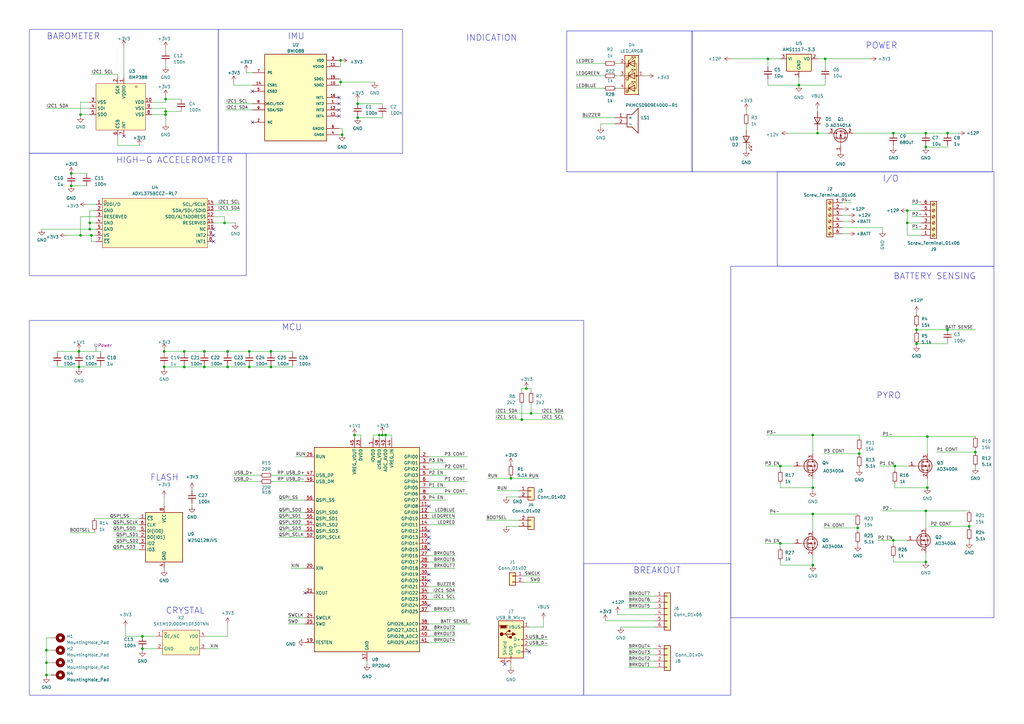
<source format=kicad_sch>
(kicad_sch (version 20230121) (generator eeschema)
  (paper "A3")
  (title_block (title "LYRA Flight Computer V3") (date "2023-11-23") (rev "0") (company "Polaris Rocketry Systems"))
  (junction (at 75.565 150.495))
  (junction (at 379.73 54.61))
  (junction (at 213.995 172.085))
  (junction (at 335.28 54.61))
  (junction (at 367.03 191.135))
  (junction (at 83.82 144.145))
  (junction (at 19.05 271.78))
  (junction (at 139.7 24.765))
  (junction (at 380.365 200.025))
  (junction (at 327.66 34.925))
  (junction (at 93.345 150.495))
  (junction (at 320.04 222.885))
  (junction (at 351.79 216.535))
  (junction (at 67.945 40.64))
  (junction (at 29.21 71.12))
  (junction (at 155.575 178.435))
  (junction (at 372.11 86.36))
  (junction (at 146.685 48.26))
  (junction (at 19.05 276.86))
  (junction (at 33.02 46.99))
  (junction (at 215.9 159.385))
  (junction (at 320.04 191.135))
  (junction (at 372.11 91.44))
  (junction (at 366.395 54.61))
  (junction (at 58.42 260.985))
  (junction (at 400.05 185.42))
  (junction (at 333.375 178.435))
  (junction (at 102.235 144.145))
  (junction (at 67.31 150.495))
  (junction (at 366.395 221.615))
  (junction (at 375.92 140.97))
  (junction (at 352.425 186.055))
  (junction (at 102.235 150.495))
  (junction (at 19.05 266.7))
  (junction (at 140.335 55.245))
  (junction (at 83.82 150.495))
  (junction (at 379.73 230.505))
  (junction (at 32.385 150.495))
  (junction (at 217.805 169.545))
  (junction (at 333.375 210.82))
  (junction (at 388.62 54.61))
  (junction (at 33.02 96.52))
  (junction (at 139.7 33.655))
  (junction (at 380.365 179.07))
  (junction (at 375.92 135.255))
  (junction (at 58.42 266.065))
  (junction (at 111.125 150.495))
  (junction (at 145.415 178.435))
  (junction (at 397.51 215.9))
  (junction (at 388.62 135.255))
  (junction (at 338.455 24.13))
  (junction (at 36.83 91.44))
  (junction (at 36.83 93.98))
  (junction (at 333.375 200.025))
  (junction (at 146.685 42.545))
  (junction (at 67.31 144.145))
  (junction (at 333.375 231.775))
  (junction (at 37.465 96.52))
  (junction (at 75.565 144.145))
  (junction (at 67.945 45.72))
  (junction (at 32.385 144.145))
  (junction (at 156.845 178.435))
  (junction (at 67.945 46.99))
  (junction (at 379.73 60.325))
  (junction (at 209.55 196.215))
  (junction (at 314.96 24.13))
  (junction (at 379.73 209.55))
  (junction (at 111.125 144.145))
  (junction (at 93.345 144.145))
  (junction (at 92.075 91.44))
  (junction (at 158.115 178.435))
  (junction (at 29.21 76.2))
  (no_connect (at 139.065 42.545))
  (no_connect (at 175.895 248.285))
  (no_connect (at 175.895 238.125))
  (no_connect (at 103.505 50.165))
  (no_connect (at 175.895 222.885))
  (no_connect (at 207.01 272.415))
  (no_connect (at 217.17 267.335))
  (no_connect (at 103.505 37.465))
  (no_connect (at 139.065 40.005))
  (no_connect (at 175.895 217.805))
  (no_connect (at 125.095 243.205))
  (no_connect (at 175.895 235.585))
  (no_connect (at 87.63 99.06))
  (no_connect (at 87.63 93.98))
  (no_connect (at 175.895 225.425))
  (no_connect (at 139.065 45.085))
  (no_connect (at 50.8 55.88))
  (no_connect (at 175.895 220.345))
  (no_connect (at 139.065 47.625))
  (no_connect (at 87.63 96.52))
  (no_connect (at 175.895 207.645))
  (wire (pts (xy 35.56 83.82) (xy 39.37 83.82)))
  (wire (pts (xy 67.945 46.99) (xy 62.23 46.99)))
  (wire (pts (xy 121.285 187.325) (xy 125.095 187.325)))
  (wire (pts (xy 320.04 200.025) (xy 333.375 200.025)))
  (wire (pts (xy 212.725 215.9) (xy 207.645 215.9)))
  (wire (pts (xy 352.425 191.77) (xy 352.425 192.405)))
  (wire (pts (xy 209.55 196.215) (xy 220.98 196.215)))
  (wire (pts (xy 366.395 230.505) (xy 366.395 228.6)))
  (wire (pts (xy 57.15 215.265) (xy 46.355 215.265)))
  (wire (pts (xy 372.11 91.44) (xy 372.11 96.52)))
  (wire (pts (xy 27.305 96.52) (xy 33.02 96.52)))
  (wire (pts (xy 175.895 250.825) (xy 186.69 250.825)))
  (wire (pts (xy 57.15 217.805) (xy 46.355 217.805)))
  (wire (pts (xy 268.605 268.605) (xy 257.81 268.605)))
  (wire (pts (xy 182.88 189.865) (xy 175.895 189.865)))
  (wire (pts (xy 38.735 218.44) (xy 38.735 217.805)))
  (wire (pts (xy 191.77 192.405) (xy 175.895 192.405)))
  (wire (pts (xy 50.8 19.05) (xy 50.8 31.75)))
  (wire (pts (xy 397.51 221.615) (xy 397.51 222.25)))
  (wire (pts (xy 209.55 272.415) (xy 209.55 273.685)))
  (wire (pts (xy 246.38 50.8) (xy 252.095 50.8)))
  (wire (pts (xy 140.335 52.705) (xy 140.335 55.245)))
  (wire (pts (xy 153.035 179.705) (xy 153.035 178.435)))
  (wire (pts (xy 360.045 221.615) (xy 366.395 221.615)))
  (wire (pts (xy 118.11 253.365) (xy 125.095 253.365)))
  (wire (pts (xy 48.26 30.48) (xy 48.26 31.75)))
  (wire (pts (xy 93.345 144.145) (xy 102.235 144.145)))
  (wire (pts (xy 19.05 271.78) (xy 19.05 266.7)))
  (wire (pts (xy 147.955 178.435) (xy 147.955 179.705)))
  (wire (pts (xy 388.62 140.335) (xy 388.62 140.97)))
  (wire (pts (xy 57.15 225.425) (xy 46.355 225.425)))
  (wire (pts (xy 175.895 233.045) (xy 186.69 233.045)))
  (wire (pts (xy 338.455 24.13) (xy 338.455 27.305)))
  (wire (pts (xy 345.44 90.805) (xy 347.98 90.805)))
  (wire (pts (xy 213.995 159.385) (xy 215.9 159.385)))
  (wire (pts (xy 175.895 245.745) (xy 186.69 245.745)))
  (wire (pts (xy 39.37 88.9) (xy 33.02 88.9)))
  (wire (pts (xy 139.065 34.925) (xy 139.7 34.925)))
  (wire (pts (xy 48.26 59.69) (xy 48.26 55.88)))
  (wire (pts (xy 146.685 47.625) (xy 146.685 48.26)))
  (wire (pts (xy 361.95 93.345) (xy 345.44 93.345)))
  (wire (pts (xy 125.095 233.045) (xy 119.38 233.045)))
  (wire (pts (xy 352.425 184.785) (xy 352.425 186.055)))
  (wire (pts (xy 111.125 144.145) (xy 120.015 144.145)))
  (wire (pts (xy 67.945 45.72) (xy 67.945 46.99)))
  (wire (pts (xy 114.3 217.805) (xy 125.095 217.805)))
  (wire (pts (xy 175.895 255.905) (xy 193.04 255.905)))
  (wire (pts (xy 372.11 86.36) (xy 377.825 86.36)))
  (wire (pts (xy 75.565 144.145) (xy 83.82 144.145)))
  (wire (pts (xy 111.76 197.485) (xy 125.095 197.485)))
  (wire (pts (xy 114.3 212.725) (xy 125.095 212.725)))
  (wire (pts (xy 352.425 186.055) (xy 352.425 186.69)))
  (wire (pts (xy 351.79 215.9) (xy 351.79 216.535)))
  (wire (pts (xy 103.505 45.085) (xy 92.71 45.085)))
  (wire (pts (xy 87.63 88.9) (xy 92.075 88.9)))
  (wire (pts (xy 19.05 266.7) (xy 20.955 266.7)))
  (wire (pts (xy 264.16 31.115) (xy 265.43 31.115)))
  (wire (pts (xy 238.76 48.26) (xy 252.095 48.26)))
  (wire (pts (xy 33.02 88.9) (xy 33.02 96.52)))
  (wire (pts (xy 345.44 88.265) (xy 347.98 88.265)))
  (wire (pts (xy 314.96 24.13) (xy 320.04 24.13)))
  (wire (pts (xy 19.05 277.495) (xy 19.05 276.86)))
  (wire (pts (xy 33.02 41.91) (xy 33.02 46.99)))
  (wire (pts (xy 111.125 150.495) (xy 111.125 149.86)))
  (wire (pts (xy 37.465 96.52) (xy 39.37 96.52)))
  (wire (pts (xy 93.345 260.985) (xy 84.455 260.985)))
  (wire (pts (xy 175.895 210.185) (xy 186.69 210.185)))
  (wire (pts (xy 217.17 262.255) (xy 224.79 262.255)))
  (wire (pts (xy 379.73 226.695) (xy 379.73 230.505)))
  (wire (pts (xy 32.385 144.145) (xy 41.275 144.145)))
  (wire (pts (xy 19.05 276.86) (xy 19.05 271.78)))
  (wire (pts (xy 254.635 257.175) (xy 268.605 257.175)))
  (wire (pts (xy 145.415 178.435) (xy 145.415 179.705)))
  (wire (pts (xy 345.44 95.885) (xy 347.98 95.885)))
  (wire (pts (xy 366.395 60.325) (xy 366.395 59.69)))
  (wire (pts (xy 320.04 224.79) (xy 320.04 222.885)))
  (wire (pts (xy 67.31 144.145) (xy 67.31 144.78)))
  (wire (pts (xy 36.83 93.98) (xy 39.37 93.98)))
  (wire (pts (xy 32.385 143.51) (xy 32.385 144.145)))
  (wire (pts (xy 33.02 46.99) (xy 36.83 46.99)))
  (wire (pts (xy 92.075 91.44) (xy 96.52 91.44)))
  (wire (pts (xy 333.375 178.435) (xy 333.375 186.055)))
  (wire (pts (xy 83.82 150.495) (xy 93.345 150.495)))
  (wire (pts (xy 67.945 50.8) (xy 67.945 46.99)))
  (wire (pts (xy 120.015 150.495) (xy 120.015 149.86)))
  (wire (pts (xy 92.075 91.44) (xy 92.075 88.9)))
  (wire (pts (xy 335.28 53.34) (xy 335.28 54.61)))
  (wire (pts (xy 366.395 221.615) (xy 372.11 221.615)))
  (wire (pts (xy 19.05 266.7) (xy 19.05 261.62)))
  (wire (pts (xy 333.375 227.965) (xy 333.375 231.775)))
  (wire (pts (xy 67.945 27.305) (xy 67.945 26.035)))
  (wire (pts (xy 67.945 44.45) (xy 67.945 45.72)))
  (wire (pts (xy 222.885 254) (xy 222.885 257.175)))
  (wire (pts (xy 299.72 24.13) (xy 314.96 24.13)))
  (wire (pts (xy 380.365 200.025) (xy 367.03 200.025)))
  (wire (pts (xy 327.66 31.75) (xy 327.66 34.925)))
  (wire (pts (xy 158.115 178.435) (xy 160.655 178.435)))
  (wire (pts (xy 215.265 236.22) (xy 221.615 236.22)))
  (wire (pts (xy 114.3 210.185) (xy 125.095 210.185)))
  (wire (pts (xy 217.17 264.795) (xy 224.79 264.795)))
  (wire (pts (xy 75.565 150.495) (xy 83.82 150.495)))
  (wire (pts (xy 36.83 44.45) (xy 19.05 44.45)))
  (wire (pts (xy 372.11 86.36) (xy 372.11 91.44)))
  (wire (pts (xy 361.95 209.55) (xy 379.73 209.55)))
  (wire (pts (xy 268.605 273.685) (xy 257.81 273.685)))
  (wire (pts (xy 153.035 178.435) (xy 155.575 178.435)))
  (wire (pts (xy 335.28 54.61) (xy 339.725 54.61)))
  (wire (pts (xy 209.55 195.58) (xy 209.55 196.215)))
  (wire (pts (xy 236.22 36.195) (xy 247.65 36.195)))
  (wire (pts (xy 36.83 86.36) (xy 36.83 91.44)))
  (wire (pts (xy 388.62 60.325) (xy 379.73 60.325)))
  (wire (pts (xy 67.31 143.51) (xy 67.31 144.145)))
  (wire (pts (xy 252.73 36.195) (xy 254 36.195)))
  (wire (pts (xy 67.31 150.495) (xy 75.565 150.495)))
  (wire (pts (xy 306.07 60.96) (xy 306.07 61.595)))
  (wire (pts (xy 67.31 150.495) (xy 67.31 151.13)))
  (wire (pts (xy 215.265 238.76) (xy 221.615 238.76)))
  (wire (pts (xy 75.565 144.145) (xy 75.565 144.78)))
  (wire (pts (xy 41.275 150.495) (xy 41.275 149.86)))
  (wire (pts (xy 191.77 197.485) (xy 175.895 197.485)))
  (wire (pts (xy 375.92 140.97) (xy 388.62 140.97)))
  (wire (pts (xy 93.345 150.495) (xy 102.235 150.495)))
  (wire (pts (xy 366.395 54.61) (xy 379.73 54.61)))
  (wire (pts (xy 41.275 144.145) (xy 41.275 144.78)))
  (wire (pts (xy 388.62 135.255) (xy 400.05 135.255)))
  (wire (pts (xy 102.235 150.495) (xy 102.235 149.86)))
  (wire (pts (xy 146.685 42.545) (xy 156.845 42.545)))
  (wire (pts (xy 217.17 257.175) (xy 222.885 257.175)))
  (wire (pts (xy 337.82 186.055) (xy 352.425 186.055)))
  (wire (pts (xy 48.26 59.69) (xy 57.15 59.69)))
  (wire (pts (xy 361.95 179.07) (xy 380.365 179.07)))
  (wire (pts (xy 213.995 165.735) (xy 213.995 172.085)))
  (wire (pts (xy 153.67 33.655) (xy 139.7 33.655)))
  (wire (pts (xy 35.56 71.12) (xy 29.21 71.12)))
  (wire (pts (xy 19.05 271.78) (xy 20.955 271.78)))
  (wire (pts (xy 33.02 96.52) (xy 37.465 96.52)))
  (wire (pts (xy 375.92 135.255) (xy 375.92 135.89)))
  (wire (pts (xy 156.845 47.625) (xy 156.845 48.26)))
  (wire (pts (xy 375.92 135.255) (xy 388.62 135.255)))
  (wire (pts (xy 268.605 244.475) (xy 257.81 244.475)))
  (wire (pts (xy 51.435 260.985) (xy 58.42 260.985)))
  (wire (pts (xy 155.575 178.435) (xy 155.575 179.705)))
  (wire (pts (xy 111.125 144.145) (xy 111.125 144.78)))
  (wire (pts (xy 400.05 191.135) (xy 400.05 191.77)))
  (wire (pts (xy 114.3 220.345) (xy 125.095 220.345)))
  (wire (pts (xy 175.895 230.505) (xy 186.69 230.505)))
  (wire (pts (xy 23.495 144.145) (xy 23.495 144.78)))
  (wire (pts (xy 349.25 83.185) (xy 345.44 83.185)))
  (wire (pts (xy 338.455 32.385) (xy 338.455 34.925)))
  (wire (pts (xy 236.22 31.115) (xy 247.65 31.115)))
  (wire (pts (xy 64.135 266.065) (xy 58.42 266.065)))
  (wire (pts (xy 381.635 215.9) (xy 397.51 215.9)))
  (wire (pts (xy 17.145 93.98) (xy 36.83 93.98)))
  (wire (pts (xy 158.115 178.435) (xy 158.115 179.705)))
  (wire (pts (xy 372.11 91.44) (xy 377.825 91.44)))
  (wire (pts (xy 139.065 27.305) (xy 139.7 27.305)))
  (wire (pts (xy 32.385 150.495) (xy 41.275 150.495)))
  (wire (pts (xy 150.495 272.415) (xy 150.495 271.145)))
  (wire (pts (xy 83.82 144.145) (xy 93.345 144.145)))
  (wire (pts (xy 315.595 210.82) (xy 333.375 210.82)))
  (wire (pts (xy 314.96 32.385) (xy 314.96 34.925)))
  (wire (pts (xy 212.725 213.36) (xy 199.39 213.36)))
  (wire (pts (xy 217.805 159.385) (xy 217.805 160.655)))
  (wire (pts (xy 93.345 255.905) (xy 93.345 260.985)))
  (wire (pts (xy 95.885 194.945) (xy 106.68 194.945)))
  (wire (pts (xy 103.505 42.545) (xy 92.71 42.545)))
  (wire (pts (xy 146.685 48.26) (xy 156.845 48.26)))
  (wire (pts (xy 203.2 169.545) (xy 217.805 169.545)))
  (wire (pts (xy 351.79 222.885) (xy 351.79 223.52)))
  (wire (pts (xy 84.455 266.065) (xy 89.535 266.065)))
  (wire (pts (xy 268.605 247.015) (xy 257.81 247.015)))
  (wire (pts (xy 47.625 222.885) (xy 57.15 222.885)))
  (wire (pts (xy 95.885 33.655) (xy 95.885 34.925)))
  (wire (pts (xy 236.22 26.035) (xy 247.65 26.035)))
  (wire (pts (xy 175.895 243.205) (xy 186.69 243.205)))
  (wire (pts (xy 120.015 144.145) (xy 120.015 144.78)))
  (wire (pts (xy 19.05 261.62) (xy 20.955 261.62)))
  (wire (pts (xy 175.895 258.445) (xy 186.69 258.445)))
  (wire (pts (xy 75.565 150.495) (xy 75.565 149.86)))
  (wire (pts (xy 397.51 215.9) (xy 397.51 216.535)))
  (wire (pts (xy 380.365 179.07) (xy 400.05 179.07)))
  (wire (pts (xy 78.74 207.645) (xy 78.74 206.375)))
  (wire (pts (xy 33.02 46.99) (xy 33.02 47.625)))
  (wire (pts (xy 83.82 144.145) (xy 83.82 144.78)))
  (wire (pts (xy 375.92 128.27) (xy 375.92 128.905)))
  (wire (pts (xy 268.605 249.555) (xy 257.81 249.555)))
  (wire (pts (xy 246.38 52.07) (xy 246.38 50.8)))
  (wire (pts (xy 374.015 93.98) (xy 377.825 93.98)))
  (wire (pts (xy 360.68 191.135) (xy 367.03 191.135)))
  (wire (pts (xy 32.385 150.495) (xy 32.385 151.13)))
  (wire (pts (xy 252.73 26.035) (xy 254 26.035)))
  (wire (pts (xy 327.66 34.925) (xy 338.455 34.925)))
  (wire (pts (xy 268.605 266.065) (xy 257.81 266.065)))
  (wire (pts (xy 351.79 216.535) (xy 351.79 217.805)))
  (wire (pts (xy 47.625 220.345) (xy 57.15 220.345)))
  (wire (pts (xy 175.895 212.725) (xy 186.69 212.725)))
  (wire (pts (xy 374.015 88.9) (xy 377.825 88.9)))
  (wire (pts (xy 118.11 255.905) (xy 125.095 255.905)))
  (wire (pts (xy 306.07 45.085) (xy 306.07 46.355)))
  (wire (pts (xy 213.995 159.385) (xy 213.995 160.655)))
  (wire (pts (xy 93.345 150.495) (xy 93.345 149.86)))
  (wire (pts (xy 67.945 45.72) (xy 74.295 45.72)))
  (wire (pts (xy 375.92 133.985) (xy 375.92 135.255)))
  (wire (pts (xy 380.365 179.07) (xy 380.365 186.055)))
  (wire (pts (xy 87.63 91.44) (xy 92.075 91.44)))
  (wire (pts (xy 367.03 200.025) (xy 367.03 198.12)))
  (wire (pts (xy 400.05 184.15) (xy 400.05 185.42)))
  (wire (pts (xy 139.065 32.385) (xy 139.7 32.385)))
  (wire (pts (xy 335.28 24.13) (xy 338.455 24.13)))
  (wire (pts (xy 314.325 178.435) (xy 333.375 178.435)))
  (wire (pts (xy 335.28 44.45) (xy 335.28 45.72)))
  (wire (pts (xy 67.945 40.64) (xy 74.295 40.64)))
  (wire (pts (xy 366.395 223.52) (xy 366.395 221.615)))
  (wire (pts (xy 333.375 178.435) (xy 352.425 178.435)))
  (wire (pts (xy 111.76 194.945) (xy 125.095 194.945)))
  (wire (pts (xy 253.365 252.095) (xy 268.605 252.095)))
  (wire (pts (xy 87.63 86.36) (xy 98.425 86.36)))
  (wire (pts (xy 83.82 150.495) (xy 83.82 149.86)))
  (wire (pts (xy 78.74 200.66) (xy 78.74 201.295)))
  (wire (pts (xy 51.435 257.175) (xy 51.435 260.985)))
  (wire (pts (xy 268.605 271.145) (xy 257.81 271.145)))
  (wire (pts (xy 372.11 96.52) (xy 377.825 96.52)))
  (wire (pts (xy 217.805 169.545) (xy 231.14 169.545)))
  (wire (pts (xy 314.96 24.13) (xy 314.96 27.305)))
  (wire (pts (xy 252.73 31.115) (xy 254 31.115)))
  (wire (pts (xy 367.03 191.135) (xy 372.745 191.135)))
  (wire (pts (xy 155.575 178.435) (xy 156.845 178.435)))
  (wire (pts (xy 35.56 76.2) (xy 29.21 76.2)))
  (wire (pts (xy 67.945 39.37) (xy 67.945 40.64)))
  (wire (pts (xy 191.77 187.325) (xy 175.895 187.325)))
  (wire (pts (xy 67.31 233.68) (xy 67.31 233.045)))
  (wire (pts (xy 333.375 210.82) (xy 333.375 217.805)))
  (wire (pts (xy 313.69 191.135) (xy 320.04 191.135)))
  (wire (pts (xy 37.465 30.48) (xy 48.26 30.48)))
  (wire (pts (xy 338.455 24.13) (xy 356.87 24.13)))
  (wire (pts (xy 139.7 27.305) (xy 139.7 24.765)))
  (wire (pts (xy 388.62 54.61) (xy 379.73 54.61)))
  (wire (pts (xy 374.015 83.82) (xy 377.825 83.82)))
  (wire (pts (xy 333.375 196.215) (xy 333.375 200.025)))
  (wire (pts (xy 248.285 254.635) (xy 268.605 254.635)))
  (wire (pts (xy 156.845 177.8) (xy 156.845 178.435)))
  (wire (pts (xy 379.73 209.55) (xy 379.73 216.535)))
  (wire (pts (xy 333.375 210.82) (xy 351.79 210.82)))
  (wire (pts (xy 36.83 91.44) (xy 36.83 93.98)))
  (wire (pts (xy 111.125 150.495) (xy 120.015 150.495)))
  (wire (pts (xy 102.235 144.145) (xy 102.235 144.78)))
  (wire (pts (xy 215.9 159.385) (xy 217.805 159.385)))
  (wire (pts (xy 139.7 32.385) (xy 139.7 33.655)))
  (wire (pts (xy 39.37 86.36) (xy 36.83 86.36)))
  (wire (pts (xy 28.575 218.44) (xy 38.735 218.44)))
  (wire (pts (xy 253.365 251.46) (xy 253.365 252.095)))
  (wire (pts (xy 323.215 54.61) (xy 335.28 54.61)))
  (wire (pts (xy 67.31 144.145) (xy 75.565 144.145)))
  (wire (pts (xy 320.04 191.135) (xy 325.755 191.135)))
  (wire (pts (xy 182.88 194.945) (xy 175.895 194.945)))
  (wire (pts (xy 23.495 150.495) (xy 32.385 150.495)))
  (wire (pts (xy 333.375 201.295) (xy 333.375 200.025)))
  (wire (pts (xy 39.37 91.44) (xy 36.83 91.44)))
  (wire (pts (xy 32.385 150.495) (xy 32.385 149.86)))
  (wire (pts (xy 139.065 24.765) (xy 139.7 24.765)))
  (wire (pts (xy 93.345 144.145) (xy 93.345 144.78)))
  (wire (pts (xy 213.995 172.085) (xy 231.14 172.085)))
  (wire (pts (xy 182.88 205.105) (xy 175.895 205.105)))
  (wire (pts (xy 87.63 83.82) (xy 98.425 83.82)))
  (wire (pts (xy 217.805 165.735) (xy 217.805 169.545)))
  (wire (pts (xy 32.385 144.145) (xy 32.385 144.78)))
  (wire (pts (xy 146.685 41.275) (xy 146.685 42.545)))
  (wire (pts (xy 313.69 222.885) (xy 320.04 222.885)))
  (wire (pts (xy 139.065 55.245) (xy 140.335 55.245)))
  (wire (pts (xy 23.495 150.495) (xy 23.495 149.86)))
  (wire (pts (xy 139.065 52.705) (xy 140.335 52.705)))
  (wire (pts (xy 320.04 193.04) (xy 320.04 191.135)))
  (wire (pts (xy 156.845 178.435) (xy 158.115 178.435)))
  (wire (pts (xy 182.88 200.025) (xy 175.895 200.025)))
  (wire (pts (xy 114.3 215.265) (xy 125.095 215.265)))
  (wire (pts (xy 333.375 231.775) (xy 320.04 231.775)))
  (wire (pts (xy 67.945 20.955) (xy 67.945 19.685)))
  (wire (pts (xy 67.945 40.64) (xy 67.945 41.91)))
  (wire (pts (xy 67.945 41.91) (xy 62.23 41.91)))
  (wire (pts (xy 203.2 172.085) (xy 213.995 172.085)))
  (wire (pts (xy 67.31 203.835) (xy 67.31 207.645)))
  (wire (pts (xy 23.495 144.145) (xy 32.385 144.145)))
  (wire (pts (xy 95.885 34.925) (xy 103.505 34.925)))
  (wire (pts (xy 306.07 53.34) (xy 306.07 51.435)))
  (wire (pts (xy 207.645 203.835) (xy 212.725 203.835)))
  (wire (pts (xy 58.42 266.065) (xy 58.42 266.7)))
  (wire (pts (xy 380.365 196.215) (xy 380.365 200.025)))
  (wire (pts (xy 175.895 215.265) (xy 186.69 215.265)))
  (wire (pts (xy 367.03 193.04) (xy 367.03 191.135)))
  (wire (pts (xy 102.235 144.145) (xy 111.125 144.145)))
  (wire (pts (xy 203.835 201.295) (xy 212.725 201.295)))
  (wire (pts (xy 352.425 179.705) (xy 352.425 178.435)))
  (wire (pts (xy 39.37 99.06) (xy 37.465 99.06)))
  (wire (pts (xy 139.7 33.655) (xy 139.7 34.925)))
  (wire (pts (xy 379.73 230.505) (xy 366.395 230.505)))
  (wire (pts (xy 58.42 260.985) (xy 64.135 260.985)))
  (wire (pts (xy 397.51 214.63) (xy 397.51 215.9)))
  (wire (pts (xy 361.95 94.615) (xy 361.95 93.345)))
  (wire (pts (xy 100.965 29.845) (xy 103.505 29.845)))
  (wire (pts (xy 388.62 59.69) (xy 388.62 60.325)))
  (wire (pts (xy 175.895 263.525) (xy 186.69 263.525)))
  (wire (pts (xy 67.31 150.495) (xy 67.31 149.86)))
  (wire (pts (xy 314.96 34.925) (xy 327.66 34.925)))
  (wire (pts (xy 379.73 209.55) (xy 397.51 209.55)))
  (wire (pts (xy 320.04 222.885) (xy 325.755 222.885)))
  (wire (pts (xy 160.655 178.435) (xy 160.655 179.705)))
  (wire (pts (xy 145.415 178.435) (xy 147.955 178.435)))
  (wire (pts (xy 100.965 29.845) (xy 100.965 29.21)))
  (wire (pts (xy 175.895 227.965) (xy 186.69 227.965)))
  (wire (pts (xy 175.895 260.985) (xy 186.69 260.985)))
  (wire (pts (xy 33.02 41.91) (xy 36.83 41.91)))
  (wire (pts (xy 62.23 44.45) (xy 67.945 44.45)))
  (wire (pts (xy 95.885 197.485) (xy 106.68 197.485)))
  (wire (pts (xy 38.735 212.725) (xy 57.15 212.725)))
  (wire (pts (xy 379.73 59.69) (xy 379.73 60.325)))
  (wire (pts (xy 200.025 196.215) (xy 209.55 196.215)))
  (wire (pts (xy 349.885 54.61) (xy 366.395 54.61)))
  (wire (pts (xy 393.065 54.61) (xy 388.62 54.61)))
  (wire (pts (xy 375.92 140.97) (xy 375.92 141.605)))
  (wire (pts (xy 400.05 185.42) (xy 400.05 186.055)))
  (wire (pts (xy 37.465 99.06) (xy 37.465 96.52)))
  (wire (pts (xy 102.235 150.495) (xy 111.125 150.495)))
  (wire (pts (xy 19.05 276.86) (xy 20.955 276.86)))
  (wire (pts (xy 320.04 231.775) (xy 320.04 229.87)))
  (wire (pts (xy 337.82 216.535) (xy 351.79 216.535)))
  (wire (pts (xy 175.895 240.665) (xy 186.69 240.665)))
  (wire (pts (xy 114.3 205.105) (xy 125.095 205.105)))
  (wire (pts (xy 384.175 185.42) (xy 400.05 185.42)))
  (wire (pts (xy 320.04 200.025) (xy 320.04 198.12)))
  (wire (pts (xy 191.77 202.565) (xy 175.895 202.565)))
  (rectangle (start 299.72 109.22) (end 407.67 253.365))
  (rectangle (start 12.065 12.065) (end 89.535 62.865))
  (rectangle (start 239.395 231.14) (end 299.72 285.115))
  (rectangle (start 12.065 62.865) (end 100.965 113.03))
  (rectangle (start 12.065 131.445) (end 239.395 285.115))
  (rectangle (start 283.845 12.7) (end 407.035 70.485))
  (rectangle (start 318.77 70.485) (end 407.67 109.22))
  (rectangle (start 232.41 12.7) (end 283.845 70.485))
  (rectangle (start 89.535 12.065) (end 165.1 62.865))
  (text "HIGH-G ACCELEROMETER" (at 47.625 67.31 0) (effects (font (size 2.54 2.54)) (justify left bottom)))
  (text "I/O" (at 361.95 74.93 0) (effects (font (size 2.54 2.54)) (justify left bottom)))
  (text "CRYSTAL" (at 67.945 252.095 0) (effects (font (size 2.54 2.54)) (justify left bottom)))
  (text "FLASH" (at 61.595 197.485 0) (effects (font (size 2.54 2.54)) (justify left bottom)))
  (text "IMU" (at 117.969 16.5013 0) (effects (font (size 2.54 2.54)) (justify left bottom)))
  (text "POWER\n" (at 354.965 20.32 0) (effects (font (size 2.54 2.54)) (justify left bottom)))
  (text "BATTERY SENSING" (at 366.395 114.935 0) (effects (font (size 2.54 2.54)) (justify left bottom)))
  (text "INDICATION" (at 191.135 17.145 0) (effects (font (size 2.54 2.54)) (justify left bottom)))
  (text "MCU" (at 115.57 135.89 0) (effects (font (size 2.54 2.54)) (justify left bottom)))
  (text "PYRO" (at 359.41 163.83 0) (effects (font (size 2.54 2.54)) (justify left bottom)))
  (text "BAROMETER" (at 19.05 16.51 0) (effects (font (size 2.54 2.54)) (justify left bottom)))
  (text "BREAKOUT" (at 259.715 235.585 0) (effects (font (size 2.54 2.54)) (justify left bottom)))
  (label "I2C1 SCL" (at 203.2 172.085 0))
  (label "BRKOUT6" (at 186.69 230.505 180))
  (label "XIN" (at 89.535 266.065 180))
  (label "I2C1 SDA" (at 92.71 45.085 0))
  (label "SWD" (at 118.11 255.905 0))
  (label "P2-" (at 374.015 88.9 0))
  (label "USB_D-" (at 224.79 264.795 180))
  (label "I2C1 SDA" (at 98.425 86.36 180))
  (label "P1 EN " (at 360.68 191.135 0))
  (label "P2-" (at 361.95 209.55 0))
  (label "RUN" (at 220.98 196.215 180))
  (label "BRKOUT5" (at 186.69 227.965 180))
  (label "QSPI_SCLK" (at 114.3 220.345 0))
  (label "BRKOUT7" (at 186.69 233.045 180))
  (label "BUZZER" (at 186.69 240.665 180))
  (label "P2 CONT " (at 191.77 192.405 180))
  (label "BRKOUT2" (at 186.69 258.445 180))
  (label "QSPI_SD2" (at 114.3 215.265 0))
  (label "P1 CONT " (at 191.77 197.485 180))
  (label "BOOTSEL" (at 199.39 213.36 0))
  (label "P4 CONT " (at 191.77 202.565 180))
  (label "BRKOUT3" (at 186.69 260.985 180))
  (label "BRKOUT7" (at 257.81 244.475 0))
  (label "BRKOUT2" (at 257.81 271.145 0))
  (label "P1 EN " (at 182.88 200.025 180))
  (label "QSPI_SD3" (at 46.355 225.425 0))
  (label "P1-" (at 374.015 93.98 0))
  (label "BRKOUT6" (at 257.81 247.015 0))
  (label "I2C1 SCL" (at 98.425 83.82 180))
  (label "P2 EN " (at 360.045 221.615 0))
  (label "LEDBLUE" (at 186.69 210.185 180))
  (label "P4-" (at 349.25 83.185 180))
  (label "RP USB_D+" (at 113.665 194.945 0))
  (label "P3 CONT " (at 337.82 186.055 0))
  (label "P4 EN " (at 313.69 222.885 0))
  (label "SWCLK" (at 118.11 253.365 0))
  (label "I2C1 SCL" (at 186.69 245.745 180))
  (label "I2C1 SDA" (at 19.05 44.45 0))
  (label "P4 CONT " (at 337.82 216.535 0))
  (label "I2C1 SDA" (at 231.14 169.545 180))
  (label "P4-" (at 315.595 210.82 0))
  (label "USB_D+" (at 224.79 262.255 180))
  (label "P2 EN " (at 182.88 194.945 180))
  (label "LEDRED" (at 186.69 215.265 180))
  (label "XIN" (at 119.38 233.045 0))
  (label "I2C1 SCL" (at 92.71 42.545 0))
  (label "QSPI_SS" (at 45.085 212.725 0))
  (label "QSPI_SD2" (at 47.625 222.885 0))
  (label "QSPI_SDO" (at 114.3 210.185 0))
  (label "I2C1 SCL" (at 231.14 172.085 180))
  (label "USB_D-" (at 95.885 197.485 0))
  (label "USB_D+" (at 95.885 194.945 0))
  (label "P2 CONT " (at 381.635 215.9 0))
  (label "BATT SENSE " (at 400.05 135.255 180))
  (label "RP USB_D-" (at 113.665 197.485 0))
  (label "LEDRED" (at 236.22 26.035 0))
  (label "LEDGREEN" (at 236.22 31.115 0))
  (label "P1-" (at 361.95 179.07 0))
  (label "QSPI_SD3" (at 114.3 217.805 0))
  (label "QSPI_SDO" (at 46.355 217.805 0))
  (label "LEDBLUE" (at 236.22 36.195 0))
  (label "P3-" (at 314.325 178.435 0))
  (label "BATT SENSE " (at 193.04 255.905 180))
  (label "BRKOUT1" (at 257.81 273.685 0))
  (label "I2C1 SDA" (at 186.69 243.205 180))
  (label "BRKOUT4" (at 186.69 263.525 180))
  (label "P4 EN " (at 182.88 205.105 180))
  (label "BRKOUT1" (at 186.69 250.825 180))
  (label "QSPI_SD1" (at 47.625 220.345 0))
  (label "P3 CONT " (at 191.77 187.325 180))
  (label "QSPI_SCLK" (at 46.355 215.265 0))
  (label "I2C1 SCL" (at 37.465 30.48 0))
  (label "BRKOUT5" (at 257.81 249.555 0))
  (label "I2C1 SDA" (at 203.2 169.545 0))
  (label "RUN" (at 121.285 187.325 0))
  (label "LEDGREEN" (at 186.69 212.725 180))
  (label "BUZZER" (at 238.76 48.26 0))
  (label "BRKOUT4" (at 257.81 266.065 0))
  (label "P3 EN " (at 182.88 189.865 180))
  (label "QSPI_SS" (at 114.3 205.105 0))
  (label "SWD" (at 221.615 238.76 180))
  (label "SWCLK" (at 221.615 236.22 180))
  (label "QSPI_SD1" (at 114.3 212.725 0))
  (label "RUN" (at 203.835 201.295 0))
  (label "P3-" (at 374.015 83.82 0))
  (label "BRKOUT3" (at 257.81 268.605 0))
  (label "P3 EN " (at 313.69 191.135 0))
  (label "RUN" (at 200.025 196.215 0))
  (label "P1 CONT " (at 384.175 185.42 0))
  (label "BOOTSEL" (at 28.575 218.44 0))
  (netclass_flag "" (length 2.54) (shape round) (at 39.37 144.145 0) (property "Netclass" "Power" (at 40.0685 141.605 0) (effects (font italic) (justify left))))
  (symbol (lib_id "Connector:USB_B_Micro") (at 209.55 262.255 0) (unit 1)
    (property "Reference" "J7" (at 209.55 250.825 0))
    (property "Value" "USB_B_Micro" (at 209.55 253.365 0))
    (property "Footprint" "easyeda2kicad:MICRO-USB-SMD_U254-051T-4BHJ25-F2S" (effects hide))
    (property "LCSC Part" "C381143" (effects hide))
  )
  (symbol (lib_id "power:+3V3") (at 215.9 159.385 0) (unit 1)
    (property "Reference" "#PWR057" (effects hide))
    (property "Value" "+3V3" (at 215.9 155.575 0))
  )
  (symbol (lib_id "Mechanical:MountingHole_Pad") (at 23.495 261.62 270) (unit 1) (in_bom no)
    (property "Reference" "H1" (at 27.305 260.985 90) (effects (justify left)))
    (property "Value" "MountingHole_Pad" (at 27.305 263.525 90) (effects (justify left)))
    (property "Footprint" "MountingHole:MountingHole_3.2mm_M3_DIN965_Pad" (effects hide))
    (property "Sim.Enable" "0" (effects hide))
  )
  (symbol (lib_id "Device:C_Small") (at 32.385 147.32 0) (unit 1)
    (property "Reference" "C17" (at 34.925 146.6913 0) (effects (justify left)))
    (property "Value" "100n" (at 34.925 149.2313 0) (effects (justify left)))
    (property "Footprint" "Capacitor_SMD:C_0402_1005Metric" (effects hide))
    (property "LCSC Part" "C1525" (effects hide))
  )
  (symbol (lib_id "Device:C_Small") (at 67.945 23.495 0) (unit 1)
    (property "Reference" "C12" (at 71.12 22.8663 0) (effects (justify left)))
    (property "Value" "100n" (at 71.12 25.4063 0) (effects (justify left)))
    (property "Footprint" "Capacitor_SMD:C_0402_1005Metric" (effects hide))
    (property "LCSC Part" "C1525" (effects hide))
  )
  (symbol (lib_id "power:GND") (at 96.52 91.44 0) (unit 1)
    (property "Reference" "#PWR040" (effects hide))
    (property "Value" "GND" (at 96.52 95.885 0))
  )
  (symbol (lib_id "Transistor_FET:AO3400A") (at 330.835 222.885 0) (unit 1)
    (property "Reference" "Q5" (at 337.185 221.615 0) (effects (justify left)))
    (property "Value" "AO3400A" (at 337.185 224.155 0) (effects (justify left)))
    (property "Footprint" "Package_TO_SOT_SMD:SOT-23" (effects hide))
    (property "Datasheet" "http://www.aosmd.com/pdfs/datasheet/AO3400A.pdf" (effects hide))
    (property "LCSC Part" "C20917" (effects hide))
  )
  (symbol (lib_id "Device:R_Small") (at 213.995 163.195 0) (unit 1)
    (property "Reference" "R6" (at 211.455 162.56 0) (effects (justify right)))
    (property "Value" "2k2" (at 211.455 165.1 0) (effects (justify right)))
    (property "Footprint" "Resistor_SMD:R_0402_1005Metric" (effects hide))
    (property "LCSC Part" "C25879" (effects hide))
  )
  (symbol (lib_id "Device:R_Small") (at 209.55 193.04 0) (unit 1)
    (property "Reference" "R1" (at 212.09 192.405 0) (effects (justify left)))
    (property "Value" "5.1k" (at 212.09 194.945 0) (effects (justify left)))
    (property "Footprint" "Resistor_SMD:R_0402_1005Metric" (effects hide))
    (property "LCSC Part" "C25905" (effects hide))
  )
  (symbol (lib_id "power:+3V3") (at 306.07 45.085 0) (unit 1)
    (property "Reference" "#PWR014" (effects hide))
    (property "Value" "+3V3" (at 306.07 41.275 0))
  )
  (symbol (lib_id "power:GND") (at 379.73 230.505 0) (unit 1)
    (property "Reference" "#PWR073" (effects hide))
    (property "Value" "GND" (at 379.73 234.95 0))
  )
  (symbol (lib_id "Device:LED") (at 306.07 57.15 90) (unit 1)
    (property "Reference" "D2" (at 302.895 59.3725 90) (effects (justify left)))
    (property "Value" "LED" (at 302.895 56.8325 90) (effects (justify left)))
    (property "Footprint" "LED_SMD:LED_0805_2012Metric" (effects hide))
  )
  (symbol (lib_id "Memory_Flash:W25Q128JVS") (at 67.31 220.345 0) (unit 1)
    (property "Reference" "U9" (at 76.835 219.075 0) (effects (justify left)))
    (property "Value" "W25Q128JVS" (at 76.835 221.615 0) (effects (justify left)))
    (property "Footprint" "Package_SO:SOIC-8_5.23x5.23mm_P1.27mm" (effects hide))
    (property "Datasheet" "http://www.winbond.com/resource-files/w25q128jv_dtr%20revc%2003272018%20plus.pdf" (effects hide))
    (property "LCSC Part" "C97521" (effects hide))
  )
  (symbol (lib_id "power:GND") (at 333.375 201.295 0) (unit 1)
    (property "Reference" "#PWR020" (effects hide))
    (property "Value" "GND" (at 333.375 205.74 0))
  )
  (symbol (lib_id "power:GND") (at 400.05 191.77 0) (unit 1)
    (property "Reference" "#PWR061" (effects hide))
    (property "Value" "GND" (at 400.05 196.215 0))
  )
  (symbol (lib_id "Connector_Generic:Conn_01x06") (at 273.685 249.555 0) (unit 1) (in_bom no)
    (property "Reference" "J6" (at 276.225 249.555 0) (effects (justify left)))
    (property "Value" "Conn_01x06" (at 276.225 252.095 0) (effects (justify left)))
    (property "Footprint" "Connector_PinHeader_2.54mm:PinHeader_1x06_P2.54mm_Vertical" (effects hide))
    (property "Sim.Enable" "0" (effects hide))
  )
  (symbol (lib_id "power:+3V3") (at 51.435 257.175 0) (unit 1)
    (property "Reference" "#PWR082" (effects hide))
    (property "Value" "+3V3" (at 51.435 252.095 0))
  )
  (symbol (lib_id "power:+12V") (at 347.98 88.265 270) (unit 1)
    (property "Reference" "#PWR032" (effects hide))
    (property "Value" "+12V" (at 351.79 88.265 90) (effects (justify left)))
  )
  (symbol (lib_id "Device:R_Small") (at 397.51 219.075 0) (unit 1)
    (property "Reference" "R24" (at 400.05 218.44 0) (effects (justify left)))
    (property "Value" "5.1k" (at 400.05 220.98 0) (effects (justify left)))
    (property "Footprint" "Resistor_SMD:R_0402_1005Metric" (effects hide))
    (property "LCSC Part" "C25905" (effects hide))
  )
  (symbol (lib_id "Mechanical:MountingHole_Pad") (at 23.495 276.86 270) (unit 1) (in_bom no)
    (property "Reference" "H4" (at 27.305 276.225 90) (effects (justify left)))
    (property "Value" "MountingHole_Pad" (at 27.305 278.765 90) (effects (justify left)))
    (property "Footprint" "MountingHole:MountingHole_3.2mm_M3_DIN965_Pad" (effects hide))
    (property "Sim.Enable" "0" (effects hide))
  )
  (symbol (lib_id "Device:C_Small") (at 120.015 147.32 0) (unit 1)
    (property "Reference" "C26" (at 122.555 146.6913 0) (effects (justify left)))
    (property "Value" "100n" (at 122.555 149.2313 0) (effects (justify left)))
    (property "Footprint" "Capacitor_SMD:C_0402_1005Metric" (effects hide))
    (property "LCSC Part" "C1525" (effects hide))
  )
  (symbol (lib_id "Device:R_Small") (at 351.79 213.36 0) (unit 1)
    (property "Reference" "R23" (at 354.33 212.725 0) (effects (justify left)))
    (property "Value" "15k" (at 354.33 215.265 0) (effects (justify left)))
    (property "Footprint" "Resistor_SMD:R_0402_1005Metric" (effects hide))
    (property "LCSC Part" "C25756" (effects hide))
  )
  (symbol (lib_id "Transistor_FET:AO3400A") (at 330.835 191.135 0) (unit 1)
    (property "Reference" "Q4" (at 337.185 189.865 0) (effects (justify left)))
    (property "Value" "AO3400A" (at 337.566 193.167 0) (effects (justify left)))
    (property "Footprint" "Package_TO_SOT_SMD:SOT-23" (effects hide))
    (property "Datasheet" "http://www.aosmd.com/pdfs/datasheet/AO3400A.pdf" (effects hide))
    (property "LCSC Part" "C20917" (effects hide))
  )
  (symbol (lib_id "power:GND") (at 375.92 141.605 0) (unit 1)
    (property "Reference" "#PWR050" (effects hide))
    (property "Value" "GND" (at 375.92 146.05 0))
  )
  (symbol (lib_id "Connector_Generic:Conn_01x02") (at 210.185 236.22 0) (mirror y) (unit 1) (in_bom no)
    (property "Reference" "J1" (at 210.185 230.505 0))
    (property "Value" "Conn_01x02" (at 210.185 233.045 0))
    (property "Footprint" "Jumper:SolderJumper-2_P1.3mm_Open_Pad1.0x1.5mm" (effects hide))
  )
  (symbol (lib_id "Device:C_Small") (at 111.125 147.32 0) (unit 1)
    (property "Reference" "C25" (at 113.665 146.6913 0) (effects (justify left)))
    (property "Value" "100n" (at 113.665 149.2313 0) (effects (justify left)))
    (property "Footprint" "Capacitor_SMD:C_0402_1005Metric" (effects hide))
    (property "LCSC Part" "C1525" (effects hide))
  )
  (symbol (lib_id "Device:R_Small") (at 351.79 220.345 0) (unit 1)
    (property "Reference" "R25" (at 354.33 219.71 0) (effects (justify left)))
    (property "Value" "5.1k" (at 354.33 222.25 0) (effects (justify left)))
    (property "Footprint" "Resistor_SMD:R_0402_1005Metric" (effects hide))
    (property "LCSC Part" "C25905" (effects hide))
  )
  (symbol (lib_id "power:+12P") (at 375.92 128.27 0) (unit 1)
    (property "Reference" "#PWR01" (effects hide))
    (property "Value" "+12P" (at 375.92 123.19 0))
  )
  (symbol (lib_id "power:+3V3") (at 139.7 24.765 270) (unit 1)
    (property "Reference" "#PWR012" (effects hide))
    (property "Value" "+3V3" (at 143.51 25.4 90) (effects (justify left)))
  )
  (symbol (lib_id "Device:C_Small") (at 35.56 73.66 0) (unit 1)
    (property "Reference" "C11" (at 38.735 73.0313 0) (effects (justify left)))
    (property "Value" "100n" (at 38.735 75.5713 0) (effects (justify left)))
    (property "Footprint" "Capacitor_SMD:C_0402_1005Metric" (effects hide))
    (property "LCSC Part" "C1525" (effects hide))
  )
  (symbol (lib_id "power:+12P") (at 393.065 54.61 270) (unit 1)
    (property "Reference" "#PWR025" (effects hide))
    (property "Value" "+12P" (at 396.24 54.61 90) (effects (justify left)))
  )
  (symbol (lib_id "power:VBUS") (at 222.885 254 0) (unit 1)
    (property "Reference" "#PWR081" (effects hide))
    (property "Value" "VBUS" (at 222.885 248.92 0))
  )
  (symbol (lib_id "Device:C_Small") (at 93.345 147.32 0) (unit 1)
    (property "Reference" "C23" (at 95.885 146.6913 0) (effects (justify left)))
    (property "Value" "100n" (at 95.885 149.2313 0) (effects (justify left)))
    (property "Footprint" "Capacitor_SMD:C_0402_1005Metric" (effects hide))
    (property "LCSC Part" "C1525" (effects hide))
  )
  (symbol (lib_id "Device:C_Small") (at 366.395 57.15 0) (unit 1) (in_bom no)
    (property "Reference" "C9" (at 368.935 55.88 0) (effects (justify left)))
    (property "Value" "680uf" (at 368.935 58.42 0) (effects (justify left)))
    (property "Footprint" "Capacitor_THT:CP_Radial_D6.3mm_P2.50mm" (effects hide))
  )
  (symbol (lib_id "power:+3V3") (at 67.31 203.835 0) (unit 1)
    (property "Reference" "#PWR071" (effects hide))
    (property "Value" "+3V3" (at 67.31 198.755 0))
  )
  (symbol (lib_id "power:+3V3") (at 29.21 71.12 0) (unit 1)
    (property "Reference" "#PWR029" (effects hide))
    (property "Value" "+3V3" (at 29.21 67.31 0))
  )
  (symbol (lib_id "Device:C_Small") (at 67.31 147.32 0) (unit 1)
    (property "Reference" "C19" (at 69.85 146.6913 0) (effects (justify left)))
    (property "Value" "1u" (at 69.85 149.2313 0) (effects (justify left)))
    (property "Footprint" "Capacitor_SMD:C_0402_1005Metric" (effects hide))
    (property "LCSC Part" "C52923" (effects hide))
  )
  (symbol (lib_id "easyeda2kicad:ADXL375BCCZ-RL7") (at 63.5 91.44 0) (unit 1)
    (property "Reference" "U4" (at 63.5 76.835 0))
    (property "Value" "ADXL375BCCZ-RL7" (at 63.5 79.375 0))
    (property "Footprint" "easyeda2kicad:LGA-14_L5.0-W3.0-P0.80-BL" (effects hide))
    (property "Datasheet" "https://lcsc.com/product-detail/New-Arrivals_Analog-Devices-ADI-ADXL375BCCZ-RL7_C481898.html" (effects hide))
    (property "LCSC Part" "C481898" (effects hide))
  )
  (symbol (lib_id "Device:C_Small") (at 388.62 57.15 0) (unit 1)
    (property "Reference" "C8" (at 391.16 56.5213 0) (effects (justify left)))
    (property "Value" "1u" (at 391.16 59.0613 0) (effects (justify left)))
    (property "Footprint" "Capacitor_SMD:C_0402_1005Metric" (effects hide))
    (property "LCSC Part" "C52923" (effects hide))
  )
  (symbol (lib_id "power:GND") (at 344.805 62.23 0) (unit 1)
    (property "Reference" "#PWR024" (effects hide))
    (property "Value" "GND" (at 344.805 67.31 0))
  )
  (symbol (lib_id "power:+12P") (at 372.11 86.36 90) (unit 1)
    (property "Reference" "#PWR030" (effects hide))
    (property "Value" "+12P" (at 368.935 86.36 90) (effects (justify left)))
  )
  (symbol (lib_id "Device:R_Small") (at 352.425 182.245 0) (unit 1)
    (property "Reference" "R11" (at 354.965 181.61 0) (effects (justify left)))
    (property "Value" "15k" (at 354.965 184.15 0) (effects (justify left)))
    (property "Footprint" "Resistor_SMD:R_0402_1005Metric" (effects hide))
    (property "LCSC Part" "C25756" (effects hide))
  )
  (symbol (lib_id "Mechanical:MountingHole_Pad") (at 23.495 271.78 270) (unit 1) (in_bom no)
    (property "Reference" "H3" (at 27.305 271.145 90) (effects (justify left)))
    (property "Value" "MountingHole_Pad" (at 27.305 273.685 90) (effects (justify left)))
    (property "Footprint" "MountingHole:MountingHole_3.2mm_M3_DIN965_Pad" (effects hide))
    (property "Sim.Enable" "0" (effects hide))
  )
  (symbol (lib_id "power:+3V3") (at 209.55 190.5 0) (unit 1)
    (property "Reference" "#PWR060" (effects hide))
    (property "Value" "+3V3" (at 209.55 186.69 0))
  )
  (symbol (lib_id "power:+3V3") (at 57.15 59.69 0) (unit 1)
    (property "Reference" "#PWR027" (effects hide))
    (property "Value" "+3V3" (at 57.15 56.515 0))
  )
  (symbol (lib_id "power:GND") (at 150.495 272.415 0) (unit 1)
    (property "Reference" "#PWR086" (effects hide))
    (property "Value" "GND" (at 150.495 277.495 0))
  )
  (symbol (lib_id "Mechanical:MountingHole_Pad") (at 23.495 266.7 270) (unit 1) (in_bom no)
    (property "Reference" "H2" (at 27.305 266.065 90) (effects (justify left)))
    (property "Value" "MountingHole_Pad" (at 27.305 268.605 90) (effects (justify left)))
    (property "Footprint" "MountingHole:MountingHole_3.2mm_M3_DIN965_Pad" (effects hide))
    (property "Sim.Enable" "0" (effects hide))
  )
  (symbol (lib_id "power:+BATT") (at 347.98 95.885 270) (unit 1)
    (property "Reference" "#PWR038" (effects hide))
    (property "Value" "+BATT" (at 351.155 95.885 90) (effects (justify left)))
  )
  (symbol (lib_id "Device:C_Small") (at 74.295 43.18 0) (unit 1)
    (property "Reference" "C4" (at 77.47 42.5513 0) (effects (justify left)))
    (property "Value" "100n" (at 77.47 45.0913 0) (effects (justify left)))
    (property "Footprint" "Capacitor_SMD:C_0402_1005Metric" (effects hide))
    (property "LCSC Part" "C1525" (effects hide))
  )
  (symbol (lib_id "Device:R_Small") (at 250.19 36.195 90) (unit 1)
    (property "Reference" "R28" (at 250.19 38.735 90))
    (property "Value" "1k" (at 250.19 41.275 90))
    (property "Footprint" "Resistor_SMD:R_0402_1005Metric" (effects hide))
    (property "LCSC Part" "C11702" (effects hide))
  )
  (symbol (lib_id "Device:R_Small") (at 367.03 195.58 180) (unit 1)
    (property "Reference" "R16" (at 368.935 194.945 0) (effects (justify right)))
    (property "Value" "1k" (at 368.935 197.485 0) (effects (justify right)))
    (property "Footprint" "Resistor_SMD:R_0402_1005Metric" (effects hide))
    (property "LCSC Part" "C11702" (effects hide))
  )
  (symbol (lib_id "power:GND") (at 32.385 151.13 0) (unit 1)
    (property "Reference" "#PWR054" (effects hide))
    (property "Value" "GND" (at 32.385 156.21 0))
  )
  (symbol (lib_id "Device:C_Small") (at 41.275 147.32 0) (unit 1)
    (property "Reference" "C18" (at 43.815 146.6913 0) (effects (justify left)))
    (property "Value" "1u" (at 43.815 149.2313 0) (effects (justify left)))
    (property "Footprint" "Capacitor_SMD:C_0402_1005Metric" (effects hide))
    (property "LCSC Part" "C52923" (effects hide))
  )
  (symbol (lib_id "power:+12P") (at 299.72 24.13 90) (unit 1)
    (property "Reference" "#PWR04" (effects hide))
    (property "Value" "+12P" (at 295.91 24.13 90) (effects (justify left)))
  )
  (symbol (lib_id "power:GND") (at 380.365 200.025 0) (unit 1)
    (property "Reference" "#PWR063" (effects hide))
    (property "Value" "GND" (at 380.365 204.47 0))
  )
  (symbol (lib_id "power:+1V1") (at 145.415 178.435 0) (unit 1)
    (property "Reference" "#PWR059" (effects hide))
    (property "Value" "+1V1" (at 145.415 174.625 0))
  )
  (symbol (lib_id "power:GND") (at 207.645 203.835 0) (unit 1)
    (property "Reference" "#PWR066" (effects hide))
    (property "Value" "GND" (at 210.185 205.74 0) (effects (justify left)))
  )
  (symbol (lib_id "Device:C_Small") (at 146.685 45.085 0) (unit 1)
    (property "Reference" "C1" (at 149.86 43.8213 0) (effects (justify left)))
    (property "Value" "100n" (at 149.86 46.3613 0) (effects (justify left)))
    (property "Footprint" "Capacitor_SMD:C_0402_1005Metric" (effects hide))
    (property "LCSC Part" "C1525" (effects hide))
  )
  (symbol (lib_id "power:+3V3") (at 93.345 255.905 0) (unit 1)
    (property "Reference" "#PWR083" (effects hide))
    (property "Value" "+3V3" (at 93.345 251.46 0))
  )
  (symbol (lib_id "power:GND") (at 379.73 60.325 0) (unit 1)
    (property "Reference" "#PWR022" (effects hide))
    (property "Value" "GND" (at 379.73 64.77 0))
  )
  (symbol (lib_id "Device:C_Small") (at 29.21 73.66 0) (mirror y) (unit 1)
    (property "Reference" "C10" (at 26.035 73.0313 0) (effects (justify left)))
    (property "Value" "1u" (at 26.035 75.5713 0) (effects (justify left)))
    (property "Footprint" "Capacitor_SMD:C_0402_1005Metric" (effects hide))
    (property "LCSC Part" "C52923" (effects hide))
  )
  (symbol (lib_id "Device:C_Small") (at 78.74 203.835 0) (unit 1)
    (property "Reference" "C27" (at 81.28 203.2063 0) (effects (justify left)))
    (property "Value" "100n" (at 81.28 205.7463 0) (effects (justify left)))
    (property "Footprint" "Capacitor_SMD:C_0402_1005Metric" (effects hide))
    (property "LCSC Part" "C1525" (effects hide))
  )
  (symbol (lib_id "power:+3V3") (at 67.945 39.37 0) (unit 1)
    (property "Reference" "#PWR033" (effects hide))
    (property "Value" "+3V3" (at 67.31 35.56 0))
  )
  (symbol (lib_id "Device:C_Small") (at 314.96 29.845 0) (unit 1)
    (property "Reference" "C5" (at 317.5 28.5813 0) (effects (justify left)))
    (property "Value" "10u" (at 317.5 31.1213 0) (effects (justify left)))
    (property "Footprint" "Capacitor_SMD:C_0603_1608Metric" (effects hide))
    (property "LCSC Part" "C96446" (effects hide))
  )
  (symbol (lib_id "Device:R_Small") (at 306.07 48.895 180) (unit 1)
    (property "Reference" "R3" (at 307.975 48.26 0) (effects (justify right)))
    (property "Value" "1k" (at 307.975 50.8 0) (effects (justify right)))
    (property "Footprint" "Resistor_SMD:R_0402_1005Metric" (effects hide))
    (property "LCSC Part" "C11702" (effects hide))
  )
  (symbol (lib_id "Connector_Generic:Conn_01x02") (at 217.805 201.295 0) (unit 1) (in_bom no)
    (property "Reference" "J3" (at 220.345 201.295 0) (effects (justify left)))
    (property "Value" "Conn_01x02" (at 220.345 203.835 0) (effects (justify left)))
    (property "Footprint" "Jumper:SolderJumper-2_P1.3mm_Open_RoundedPad1.0x1.5mm" (effects hide))
  )
  (symbol (lib_id "power:GND") (at 352.425 192.405 0) (unit 1)
    (property "Reference" "#PWR062" (effects hide))
    (property "Value" "GND" (at 352.425 196.85 0))
  )
  (symbol (lib_id "power:+3V3") (at 27.305 96.52 90) (unit 1)
    (property "Reference" "#PWR042" (effects hide))
    (property "Value" "+3V3" (at 24.13 97.155 90) (effects (justify left)))
  )
  (symbol (lib_id "Device:R_Small") (at 217.805 163.195 0) (mirror y) (unit 1)
    (property "Reference" "R7" (at 219.71 162.56 0) (effects (justify right)))
    (property "Value" "2k2" (at 219.71 165.1 0) (effects (justify right)))
    (property "Footprint" "Resistor_SMD:R_0402_1005Metric" (effects hide))
    (property "LCSC Part" "C25879" (effects hide))
  )
  (symbol (lib_id "power:GND") (at 17.145 93.98 0) (unit 1)
    (property "Reference" "#PWR041" (effects hide))
    (property "Value" "GND" (at 17.145 98.425 0))
  )
  (symbol (lib_id "power:GND") (at 351.79 223.52 0) (unit 1)
    (property "Reference" "#PWR070" (effects hide))
    (property "Value" "GND" (at 351.79 227.965 0))
  )
  (symbol (lib_id "Device:R_Small") (at 397.51 212.09 0) (unit 1)
    (property "Reference" "R21" (at 400.05 211.455 0) (effects (justify left)))
    (property "Value" "15k" (at 400.05 213.995 0) (effects (justify left)))
    (property "Footprint" "Resistor_SMD:R_0402_1005Metric" (effects hide))
    (property "LCSC Part" "C25756" (effects hide))
  )
  (symbol (lib_id "Connector:Screw_Terminal_01x06") (at 382.905 91.44 0) (mirror x) (unit 1) (in_bom no)
    (property "Reference" "J9" (at 382.905 102.235 0))
    (property "Value" "Screw_Terminal_01x06" (at 382.905 99.695 0))
    (property "Footprint" "TerminalBlock_Phoenix:TerminalBlock_Phoenix_MPT-0,5-6-2.54_1x06_P2.54mm_Horizontal" (effects hide))
  )
  (symbol (lib_id "easyeda2kicad:SX1M12.000M10F30TNN") (at 74.295 263.525 0) (unit 1)
    (property "Reference" "X2" (at 74.295 253.365 0))
    (property "Value" "SX1M12.000M10F30TNN" (at 74.295 255.905 0))
    (property "Footprint" "easyeda2kicad:OSC-SMD_4P-L2.0-W1.6-BL" (effects hide))
    (property "LCSC Part" "C2901608" (effects hide))
  )
  (symbol (lib_id "power:+12P") (at 253.365 251.46 0) (unit 1)
    (property "Reference" "#PWR016" (effects hide))
    (property "Value" "+12P" (at 253.365 247.015 0))
  )
  (symbol (lib_id "power:+3V3") (at 67.945 19.685 0) (unit 1)
    (property "Reference" "#PWR07" (effects hide))
    (property "Value" "+3V3" (at 67.31 15.875 0))
  )
  (symbol (lib_id "Connector_Generic:Conn_01x02") (at 217.805 215.9 0) (mirror x) (unit 1) (in_bom no)
    (property "Reference" "J4" (at 217.805 207.01 0))
    (property "Value" "Conn_01x02" (at 215.9 209.55 0))
    (property "Footprint" "Jumper:SolderJumper-2_P1.3mm_Open_RoundedPad1.0x1.5mm" (effects hide))
  )
  (symbol (lib_id "power:+3V3") (at 265.43 31.115 270) (unit 1)
    (property "Reference" "#PWR09" (effects hide))
    (property "Value" "+3V3" (at 269.24 31.75 90) (effects (justify left)))
  )
  (symbol (lib_id "Connector_Generic:Conn_01x04") (at 273.685 271.145 0) (mirror x) (unit 1) (in_bom no)
    (property "Reference" "J8" (at 276.86 271.145 0) (effects (justify left)))
    (property "Value" "Conn_01x04" (at 276.86 268.605 0) (effects (justify left)))
    (property "Footprint" "Connector_PinHeader_2.54mm:PinHeader_1x04_P2.54mm_Vertical" (effects hide))
    (property "Sim.Enable" "0" (effects hide))
  )
  (symbol (lib_id "power:GND") (at 361.95 94.615 0) (unit 1)
    (property "Reference" "#PWR036" (effects hide))
    (property "Value" "GND" (at 361.95 98.425 90) (effects (justify right)))
  )
  (symbol (lib_id "power:GND") (at 306.07 61.595 0) (unit 1)
    (property "Reference" "#PWR023" (effects hide))
    (property "Value" "GND" (at 306.07 66.675 0))
  )
  (symbol (lib_id "power:GND") (at 140.335 55.245 0) (unit 1)
    (property "Reference" "#PWR026" (effects hide))
    (property "Value" "GND" (at 140.335 60.325 0))
  )
  (symbol (lib_id "power:GND") (at 327.66 34.925 0) (unit 1)
    (property "Reference" "#PWR08" (effects hide))
    (property "Value" "GND" (at 327.66 40.005 0))
  )
  (symbol (lib_id "power:GND") (at 153.67 33.655 0) (unit 1)
    (property "Reference" "#PWR018" (effects hide))
    (property "Value" "GND" (at 153.67 38.1 0))
  )
  (symbol (lib_id "power:GND") (at 146.685 48.26 0) (unit 1)
    (property "Reference" "#PWR06" (effects hide))
    (property "Value" "GND" (at 146.685 52.705 0))
  )
  (symbol (lib_id "power:+1V1") (at 32.385 143.51 0) (unit 1)
    (property "Reference" "#PWR051" (effects hide))
    (property "Value" "+1V1" (at 32.385 140.335 0))
  )
  (symbol (lib_id "Device:C_Small") (at 156.845 45.085 0) (unit 1)
    (property "Reference" "C2" (at 160.02 43.8213 0) (effects (justify left)))
    (property "Value" "100n" (at 160.02 46.3613 0) (effects (justify left)))
    (property "Footprint" "Capacitor_SMD:C_0402_1005Metric" (effects hide))
    (property "LCSC Part" "C1525" (effects hide))
  )
  (symbol (lib_id "power:GND") (at 246.38 52.07 0) (unit 1)
    (property "Reference" "#PWR021" (effects hide))
    (property "Value" "GND" (at 246.38 56.515 0))
  )
  (symbol (lib_id "power:GND") (at 397.51 222.25 0) (unit 1)
    (property "Reference" "#PWR069" (effects hide))
    (property "Value" "GND" (at 397.51 226.695 0))
  )
  (symbol (lib_id "power:+3V3") (at 50.8 19.05 0) (unit 1)
    (property "Reference" "#PWR028" (effects hide))
    (property "Value" "+3V3" (at 50.8 15.875 0))
  )
  (symbol (lib_id "power:+3V3") (at 156.845 177.8 0) (unit 1)
    (property "Reference" "#PWR058" (effects hide))
    (property "Value" "+3V3" (at 156.845 174.625 0))
  )
  (symbol (lib_id "MCU_RaspberryPi:RP2040") (at 150.495 225.425 0) (unit 1)
    (property "Reference" "U8" (at 152.4509 270.51 0) (effects (justify left)))
    (property "Value" "RP2040" (at 152.4509 273.05 0) (effects (justify left)))
    (property "Footprint" "Package_DFN_QFN:QFN-56-1EP_7x7mm_P0.4mm_EP3.2x3.2mm" (effects hide))
    (property "Datasheet" "https://datasheets.raspberrypi.com/rp2040/rp2040-datasheet.pdf" (effects hide))
    (property "LCSC Part" "C2040" (effects hide))
  )
  (symbol (lib_id "power:GND") (at 29.21 76.2 0) (unit 1)
    (property "Reference" "#PWR031" (effects hide))
    (property "Value" "GND" (at 29.21 81.28 0))
  )
  (symbol (lib_id "Device:C_Small") (at 388.62 137.795 0) (unit 1)
    (property "Reference" "C3" (at 391.16 137.1663 0) (effects (justify left)))
    (property "Value" "100n" (at 391.16 139.7063 0) (effects (justify left)))
    (property "Footprint" "Capacitor_SMD:C_0402_1005Metric" (effects hide))
    (property "LCSC Part" "C1525" (effects hide))
  )
  (symbol (lib_id "power:GND") (at 209.55 273.685 0) (unit 1)
    (property "Reference" "#PWR087" (effects hide))
    (property "Value" "GND" (at 209.55 278.765 0))
  )
  (symbol (lib_id "Device:R_Small") (at 366.395 226.06 180) (unit 1)
    (property "Reference" "R26" (at 368.3 225.425 0) (effects (justify right)))
    (property "Value" "1k" (at 368.3 227.965 0) (effects (justify right)))
    (property "Footprint" "Resistor_SMD:R_0402_1005Metric" (effects hide))
    (property "LCSC Part" "C11702" (effects hide))
  )
  (symbol (lib_id "power:GND") (at 67.945 50.8 0) (unit 1)
    (property "Reference" "#PWR035" (effects hide))
    (property "Value" "GND" (at 67.945 55.245 0))
  )
  (symbol (lib_id "power:+3V3") (at 356.87 24.13 270) (unit 1)
    (property "Reference" "#PWR05" (effects hide))
    (property "Value" "+3V3" (at 360.045 24.13 90) (effects (justify left)))
  )
  (symbol (lib_id "Device:LED_ARGB") (at 259.08 31.115 0) (unit 1) (in_bom no)
    (property "Reference" "D4" (at 259.08 18.415 0))
    (property "Value" "LED_ARGB" (at 259.08 20.955 0))
    (property "Footprint" "customfootprints:LED_Cree-PLCC4_2x2mm_CCW" (effects hide))
  )
  (symbol (lib_id "power:+3V3") (at 67.31 143.51 0) (unit 1)
    (property "Reference" "#PWR052" (effects hide))
    (property "Value" "+3V3" (at 67.31 140.335 0))
  )
  (symbol (lib_id "Connector:Screw_Terminal_01x06") (at 340.36 88.265 0) (mirror y) (unit 1) (in_bom no)
    (property "Reference" "J2" (at 340.36 77.47 0))
    (property "Value" "Screw_Terminal_01x06" (at 340.36 80.01 0))
    (property "Footprint" "TerminalBlock_Phoenix:TerminalBlock_Phoenix_MPT-0,5-6-2.54_1x06_P2.54mm_Horizontal" (effects hide))
  )
  (symbol (lib_id "easyeda2kicad:BMP388") (at 48.26 43.18 0) (unit 1)
    (property "Reference" "U3" (at 52.7559 29.21 0) (effects (justify left)))
    (property "Value" "BMP388" (at 52.7559 31.75 0) (effects (justify left)))
    (property "Footprint" "easyeda2kicad:SENSORM-SMD_BMP388" (effects hide))
    (property "LCSC Part" "C779278" (effects hide))
  )
  (symbol (lib_id "power:GND") (at 67.31 151.13 0) (unit 1)
    (property "Reference" "#PWR055" (effects hide))
    (property "Value" "GND" (at 67.31 155.575 0))
  )
  (symbol (lib_id "Device:C_Small") (at 75.565 147.32 0) (unit 1)
    (property "Reference" "C21" (at 78.105 146.6913 0) (effects (justify left)))
    (property "Value" "100n" (at 78.105 149.2313 0) (effects (justify left)))
    (property "Footprint" "Capacitor_SMD:C_0402_1005Metric" (effects hide))
    (property "LCSC Part" "C1525" (effects hide))
  )
  (symbol (lib_id "power:GND") (at 254.635 257.175 0) (unit 1)
    (property "Reference" "#PWR080" (effects hide))
    (property "Value" "GND" (at 254.635 261.62 0))
  )
  (symbol (lib_id "power:GND") (at 58.42 266.7 0) (mirror y) (unit 1)
    (property "Reference" "#PWR084" (effects hide))
    (property "Value" "GND" (at 58.42 271.145 0))
  )
  (symbol (lib_id "power:+BATT") (at 347.98 90.805 270) (unit 1)
    (property "Reference" "#PWR034" (effects hide))
    (property "Value" "+BATT" (at 351.155 90.805 90) (effects (justify left)))
  )
  (symbol (lib_id "power:+3V3") (at 146.685 41.275 0) (unit 1)
    (property "Reference" "#PWR02" (effects hide))
    (property "Value" "+3V3" (at 146.685 38.1 0))
  )
  (symbol (lib_id "Device:R_Small") (at 320.04 227.33 180) (unit 1)
    (property "Reference" "R27" (at 321.945 226.695 0) (effects (justify right)))
    (property "Value" "1k" (at 321.945 229.235 0) (effects (justify right)))
    (property "Footprint" "Resistor_SMD:R_0402_1005Metric" (effects hide))
    (property "LCSC Part" "C11702" (effects hide))
  )
  (symbol (lib_id "power:+3V3") (at 35.56 83.82 90) (unit 1)
    (property "Reference" "#PWR037" (effects hide))
    (property "Value" "+3V3" (at 32.385 84.455 90) (effects (justify left)))
  )
  (symbol (lib_id "Device:C_Small") (at 23.495 147.32 0) (unit 1)
    (property "Reference" "C16" (at 26.035 146.6913 0) (effects (justify left)))
    (property "Value" "100n" (at 26.035 149.2313 0) (effects (justify left)))
    (property "Footprint" "Capacitor_SMD:C_0402_1005Metric" (effects hide))
    (property "LCSC Part" "C1525" (effects hide))
  )
  (symbol (lib_id "BMI088:BMI088") (at 121.285 40.005 0) (unit 1)
    (property "Reference" "U2" (at 121.285 18.415 0))
    (property "Value" "BMI088" (at 121.285 20.955 0))
    (property "Footprint" "easyeda2kicad:LGA-16_L4.5-W3.0-P0.50-BL" (effects hide))
    (property "MF" "Bosch Sensortec" (effects hide))
    (property "PURCHASE-URL" "https://pricing.snapeda.com/search/part/BMI088/?ref=eda" (effects hide))
    (property "PACKAGE" "VFLGA-16 Bosch Sensortec" (effects hide))
    (property "PRICE" "None" (effects hide))
    (property "MP" "BMI088" (effects hide))
    (property "AVAILABILITY" "In Stock" (effects hide))
    (property "DESCRIPTION" "Accelerometer, Gyroscope, 6 Axis Sensor I²C, SPI Output" (effects hide))
    (property "LCSC Part" "C194919" (effects hide))
  )
  (symbol (lib_id "Device:R_Small") (at 250.19 31.115 90) (unit 1)
    (property "Reference" "R22" (at 250.2298 29.21 90))
    (property "Value" "1k" (at 250.2298 33.02 90))
    (property "Footprint" "Resistor_SMD:R_0402_1005Metric" (effects hide))
    (property "LCSC Part" "C11702" (effects hide))
  )
  (symbol (lib_id "SamacSys_Parts2:PKMCS0909E4000-R1") (at 252.095 48.26 0) (unit 1) (in_bom no)
    (property "Reference" "LS1" (at 262.89 48.26 0) (effects (justify left)))
    (property "Value" "PKMCS0909E4000-R1" (at 256.54 43.18 0) (effects (justify left)))
    (property "Footprint" "SamacSys_Parts4:PKMCS0909E4000R1" (effects hide))
    (property "Datasheet" "http://www.murata.com/~/media/webrenewal/products/sound/sounder/vppt-buzj083-d.ashx" (effects hide))
    (property "Height" "1.9" (effects hide))
    (property "Mouser Part Number" "81-PKMCS0909E4000-R1" (effects hide))
    (property "Mouser Price/Stock" "https://www.mouser.co.uk/ProductDetail/Murata-Electronics/PKMCS0909E4000-R1?qs=YqJ97pz8ambMt2Tf4F1Kig%3D%3D" (effects hide))
    (property "Manufacturer_Name" "Murata Electronics" (effects hide))
    (property "Manufacturer_Part_Number" "PKMCS0909E4000-R1" (effects hide))
  )
  (symbol (lib_id "Device:R_Small") (at 109.22 194.945 90) (unit 1)
    (property "Reference" "R15" (at 109.22 189.865 90))
    (property "Value" "22R" (at 109.22 192.405 90))
    (property "Footprint" "Resistor_SMD:R_0402_1005Metric" (effects hide))
    (property "LCSC Part" "C25092" (effects hide))
  )
  (symbol (lib_id "Device:R_Small") (at 38.735 215.265 0) (unit 1)
    (property "Reference" "R14" (at 40.64 214.63 0) (effects (justify left)))
    (property "Value" "1k" (at 40.64 217.17 0) (effects (justify left)))
    (property "Footprint" "Resistor_SMD:R_0402_1005Metric" (effects hide))
    (property "LCSC Part" "C11702" (effects hide))
  )
  (symbol (lib_id "Device:C_Small") (at 58.42 263.525 0) (unit 1)
    (property "Reference" "C13" (at 50.8 262.255 0) (effects (justify left)))
    (property "Value" "100n" (at 50.8 264.795 0) (effects (justify left)))
    (property "Footprint" "Capacitor_SMD:C_0402_1005Metric" (effects hide))
    (property "LCSC Part" "C1525" (effects hide))
  )
  (symbol (lib_id "power:+3V3") (at 78.74 200.66 0) (unit 1)
    (property "Reference" "#PWR065" (effects hide))
    (property "Value" "+3V3" (at 78.74 195.58 0))
  )
  (symbol (lib_id "power:+3V3") (at 248.285 254.635 0) (unit 1)
    (property "Reference" "#PWR079" (effects hide))
    (property "Value" "+3V3" (at 248.285 250.825 0))
  )
  (symbol (lib_id "power:+12V") (at 323.215 54.61 90) (unit 1)
    (property "Reference" "#PWR019" (effects hide))
    (property "Value" "+12V" (at 319.405 55.245 90) (effects (justify left)))
  )
  (symbol (lib_id "power:GND") (at 207.645 215.9 0) (mirror y) (unit 1)
    (property "Reference" "#PWR067" (effects hide))
    (property "Value" "GND" (effects hide))
  )
  (symbol (lib_id "Device:C_Small") (at 379.73 57.15 0) (unit 1)
    (property "Reference" "C7" (at 382.27 56.5213 0) (effects (justify left)))
    (property "Value" "10u" (at 382.27 59.0613 0) (effects (justify left)))
    (property "Footprint" "Capacitor_SMD:C_0603_1608Metric" (effects hide))
    (property "LCSC Part" "C96446" (effects hide))
  )
  (symbol (lib_id "Transistor_FET:AO3400A") (at 377.19 221.615 0) (unit 1)
    (property "Reference" "Q2" (at 383.54 220.345 0) (effects (justify left)))
    (property "Value" "AO3400A" (at 383.54 222.885 0) (effects (justify left)))
    (property "Footprint" "Package_TO_SOT_SMD:SOT-23" (effects hide))
    (property "Datasheet" "http://www.aosmd.com/pdfs/datasheet/AO3400A.pdf" (effects hide))
    (property "LCSC Part" "C20917" (effects hide))
  )
  (symbol (lib_id "power:GND") (at 366.395 60.325 0) (unit 1)
    (property "Reference" "#PWR075" (effects hide))
    (property "Value" "GND" (at 366.395 64.77 0))
  )
  (symbol (lib_id "Transistor_FET:AO3401A") (at 344.805 57.15 90) (unit 1)
    (property "Reference" "Q1" (at 344.805 48.895 90))
    (property "Value" "AO3401A" (at 344.805 51.435 90))
    (property "Footprint" "Package_TO_SOT_SMD:SOT-23" (effects hide))
    (property "Datasheet" "http://www.aosmd.com/pdfs/datasheet/AO3401A.pdf" (effects hide))
    (property "LCSC Part" " C15127 " (effects hide))
  )
  (symbol (lib_id "Regulator_Linear:AMS1117-3.3") (at 327.66 24.13 0) (unit 1)
    (property "Reference" "U5" (at 327.66 17.78 0))
    (property "Value" "AMS1117-3.3" (at 327.66 20.32 0))
    (property "Footprint" "Package_TO_SOT_SMD:SOT-223-3_TabPin2" (effects hide))
    (property "Datasheet" "http://www.advanced-monolithic.com/pdf/ds1117.pdf" (effects hide))
    (property "LSCS Part" "C6186" (effects hide))
    (property "LCSC Part" "C6186" (effects hide))
  )
  (symbol (lib_id "power:GND") (at 333.375 231.775 0) (unit 1)
    (property "Reference" "#PWR074" (effects hide))
    (property "Value" "GND" (at 333.375 236.22 0))
  )
  (symbol (lib_id "Device:C_Small") (at 338.455 29.845 0) (unit 1)
    (property "Reference" "C6" (at 341.63 28.5813 0) (effects (justify left)))
    (property "Value" "10u" (at 341.63 31.1213 0) (effects (justify left)))
    (property "Footprint" "Capacitor_SMD:C_0603_1608Metric" (effects hide))
    (property "LCSC Part" "C96446" (effects hide))
  )
  (symbol (lib_id "power:GND") (at 19.05 277.495 0) (unit 1)
    (property "Reference" "#PWR088" (effects hide))
    (property "Value" "GND" (at 19.05 281.94 0))
  )
  (symbol (lib_id "Transistor_FET:AO3400A") (at 377.825 191.135 0) (unit 1)
    (property "Reference" "Q3" (at 384.175 189.865 0) (effects (justify left)))
    (property "Value" "AO3400A" (at 384.175 192.405 0) (effects (justify left)))
    (property "Footprint" "Package_TO_SOT_SMD:SOT-23" (effects hide))
    (property "Datasheet" "http://www.aosmd.com/pdfs/datasheet/AO3400A.pdf" (effects hide))
    (property "LCSC Part" "C20917" (effects hide))
  )
  (symbol (lib_id "Device:R_Small") (at 250.19 26.035 90) (unit 1)
    (property "Reference" "R2" (at 250.19 20.32 90))
    (property "Value" "1k" (at 250.19 22.86 90))
    (property "Footprint" "Resistor_SMD:R_0402_1005Metric" (effects hide))
    (property "LCSC Part" "C11702" (effects hide))
  )
  (symbol (lib_id "Device:R_Small") (at 375.92 131.445 0) (unit 1)
    (property "Reference" "R4" (at 377.825 130.81 0) (effects (justify left)))
    (property "Value" "15k" (at 377.825 133.35 0) (effects (justify left)))
    (property "Footprint" "Resistor_SMD:R_0402_1005Metric" (effects hide))
    (property "LCSC Part" "C25756" (effects hide))
  )
  (symbol (lib_id "power:VBUS") (at 335.28 44.45 0) (unit 1)
    (property "Reference" "#PWR015" (effects hide))
    (property "Value" "VBUS" (at 335.28 39.37 0))
  )
  (symbol (lib_id "power:GND") (at 33.02 47.625 0) (unit 1)
    (property "Reference" "#PWR011" (effects hide))
    (property "Value" "GND" (at 33.02 52.07 0))
  )
  (symbol (lib_id "power:GND") (at 67.31 233.68 0) (unit 1)
    (property "Reference" "#PWR049" (effects hide))
    (property "Value" "GND" (at 67.31 238.125 0))
  )
  (symbol (lib_id "Device:C_Small") (at 102.235 147.32 0) (unit 1)
    (property "Reference" "C24" (at 104.775 146.6913 0) (effects (justify left)))
    (property "Value" "100n" (at 104.775 149.2313 0) (effects (justify left)))
    (property "Footprint" "Capacitor_SMD:C_0402_1005Metric" (effects hide))
    (property "LCSC Part" "C1525" (effects hide))
  )
  (symbol (lib_id "power:GND") (at 125.095 263.525 270) (unit 1)
    (property "Reference" "#PWR085" (effects hide))
    (property "Value" "GND" (at 121.285 264.16 90) (effects (justify right)))
  )
  (symbol (lib_id "Device:C_Small") (at 83.82 147.32 0) (unit 1)
    (property "Reference" "C22" (at 86.36 146.6913 0) (effects (justify left)))
    (property "Value" "100n" (at 86.36 149.225 0) (effects (justify left)))
    (property "Footprint" "Capacitor_SMD:C_0402_1005Metric" (effects hide))
    (property "LCSC Part" "C1525" (effects hide))
  )
  (symbol (lib_id "power:+12P") (at 345.44 85.725 270) (unit 1)
    (property "Reference" "#PWR010" (effects hide))
    (property "Value" "+12P" (at 349.25 85.725 90) (effects (justify left)))
  )
  (symbol (lib_id "Device:R_Small") (at 375.92 138.43 0) (unit 1)
    (property "Reference" "R5" (at 377.825 137.795 0) (effects (justify left)))
    (property "Value" "5.1k" (at 377.825 140.335 0) (effects (justify left)))
    (property "Footprint" "Resistor_SMD:R_0402_1005Metric" (effects hide))
    (property "LCSC Part" "C25905" (effects hide))
  )
  (symbol (lib_id "power:+3V3") (at 95.885 33.655 0) (unit 1)
    (property "Reference" "#PWR017" (effects hide))
    (property "Value" "+3V3" (at 95.885 29.845 0))
  )
  (symbol (lib_id "Device:R_Small") (at 400.05 188.595 0) (unit 1)
    (property "Reference" "R12" (at 402.59 187.96 0) (effects (justify left)))
    (property "Value" "5.1k" (at 402.59 190.5 0) (effects (justify left)))
    (property "Footprint" "Resistor_SMD:R_0402_1005Metric" (effects hide))
    (property "LCSC Part" "C25905" (effects hide))
  )
  (symbol (lib_id "Device:D") (at 335.28 49.53 90) (unit 1)
    (property "Reference" "D1" (at 338.455 48.895 90) (effects (justify right)))
    (property "Value" "D" (at 338.455 51.435 90) (effects (justify right)))
    (property "Footprint" "Diode_SMD:D_SOD-123" (effects hide))
    (property "Sim.Device" "D" (effects hide))
    (property "Sim.Pins" "1=K 2=A" (effects hide))
    (property "LCSC Part" "C64898" (effects hide))
  )
  (symbol (lib_id "Device:R_Small") (at 352.425 189.23 0) (unit 1)
    (property "Reference" "R13" (at 354.965 188.595 0) (effects (justify left)))
    (property "Value" "5.1k" (at 354.965 191.135 0) (effects (justify left)))
    (property "Footprint" "Resistor_SMD:R_0402_1005Metric" (effects hide))
    (property "LCSC Part" "C25905" (effects hide))
  )
  (symbol (lib_id "Device:R_Small") (at 400.05 181.61 0) (unit 1)
    (property "Reference" "R10" (at 402.59 180.975 0) (effects (justify left)))
    (property "Value" "15k" (at 402.59 183.515 0) (effects (justify left)))
    (property "Footprint" "Resistor_SMD:R_0402_1005Metric" (effects hide))
    (property "LCSC Part" "C25756" (effects hide))
  )
  (symbol (lib_id "Device:R_Small") (at 109.22 197.485 270) (unit 1)
    (property "Reference" "R18" (at 109.22 201.93 90))
    (property "Value" "22R" (at 109.22 200.025 90))
    (property "Footprint" "Resistor_SMD:R_0402_1005Metric" (effects hide))
    (property "LCSC Part" "C25092" (effects hide))
  )
  (symbol (lib_id "power:GND") (at 67.945 27.305 0) (unit 1)
    (property "Reference" "#PWR03" (effects hide))
    (property "Value" "GND" (at 67.945 31.75 0))
  )
  (symbol (lib_id "Device:R_Small") (at 320.04 195.58 180) (unit 1)
    (property "Reference" "R17" (at 321.945 194.945 0) (effects (justify right)))
    (property "Value" "1k" (at 321.945 197.485 0) (effects (justify right)))
    (property "Footprint" "Resistor_SMD:R_0402_1005Metric" (effects hide))
    (property "LCSC Part" "C11702" (effects hide))
  )
  (symbol (lib_id "power:+3V3") (at 100.965 29.21 0) (unit 1)
    (property "Reference" "#PWR013" (effects hide))
    (property "Value" "+3V3" (at 100.965 25.4 0))
  )
  (symbol (lib_id "power:GND") (at 78.74 207.645 0) (unit 1)
    (property "Reference" "#PWR068" (effects hide))
    (property "Value" "GND" (at 78.74 212.09 0))
  )
)
</source>
